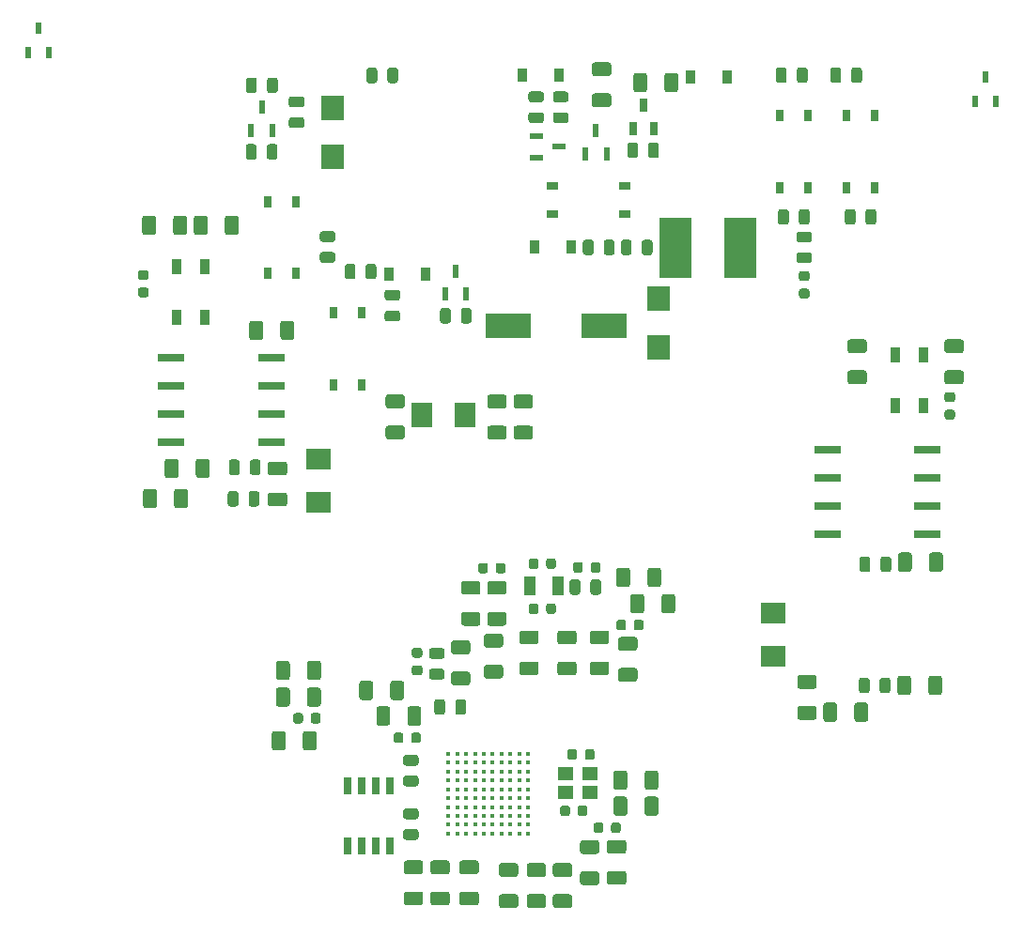
<source format=gtp>
G04 #@! TF.GenerationSoftware,KiCad,Pcbnew,(5.1.6-0-10_14)*
G04 #@! TF.CreationDate,2021-12-23T16:17:06+01:00*
G04 #@! TF.ProjectId,CHAdeMO_V2.0,43484164-654d-44f5-9f56-322e302e6b69,rev?*
G04 #@! TF.SameCoordinates,Original*
G04 #@! TF.FileFunction,Paste,Top*
G04 #@! TF.FilePolarity,Positive*
%FSLAX46Y46*%
G04 Gerber Fmt 4.6, Leading zero omitted, Abs format (unit mm)*
G04 Created by KiCad (PCBNEW (5.1.6-0-10_14)) date 2021-12-23 16:17:06*
%MOMM*%
%LPD*%
G01*
G04 APERTURE LIST*
%ADD10C,0.370000*%
%ADD11R,0.900000X1.200000*%
%ADD12R,0.600000X1.050000*%
%ADD13R,0.650000X1.200000*%
%ADD14R,0.600000X1.300000*%
%ADD15R,1.300000X0.600000*%
%ADD16R,0.900000X1.350000*%
%ADD17R,1.900000X2.200000*%
%ADD18R,2.900000X5.450000*%
%ADD19R,2.150000X2.200000*%
%ADD20R,0.800000X1.000000*%
%ADD21R,1.000000X0.800000*%
%ADD22R,4.050000X2.300000*%
%ADD23R,2.350000X0.700000*%
%ADD24R,1.000000X1.800000*%
%ADD25R,0.650000X1.525000*%
%ADD26R,2.200000X1.900000*%
%ADD27R,1.400000X1.200000*%
G04 APERTURE END LIST*
G04 #@! TO.C,R17*
G36*
G01*
X78867950Y-74516400D02*
X79780450Y-74516400D01*
G75*
G02*
X80024200Y-74760150I0J-243750D01*
G01*
X80024200Y-75247650D01*
G75*
G02*
X79780450Y-75491400I-243750J0D01*
G01*
X78867950Y-75491400D01*
G75*
G02*
X78624200Y-75247650I0J243750D01*
G01*
X78624200Y-74760150D01*
G75*
G02*
X78867950Y-74516400I243750J0D01*
G01*
G37*
G36*
G01*
X78867950Y-72641400D02*
X79780450Y-72641400D01*
G75*
G02*
X80024200Y-72885150I0J-243750D01*
G01*
X80024200Y-73372650D01*
G75*
G02*
X79780450Y-73616400I-243750J0D01*
G01*
X78867950Y-73616400D01*
G75*
G02*
X78624200Y-73372650I0J243750D01*
G01*
X78624200Y-72885150D01*
G75*
G02*
X78867950Y-72641400I243750J0D01*
G01*
G37*
G04 #@! TD*
G04 #@! TO.C,L4*
G36*
G01*
X104871000Y-126697450D02*
X104871000Y-126184950D01*
G75*
G02*
X105089750Y-125966200I218750J0D01*
G01*
X105527250Y-125966200D01*
G75*
G02*
X105746000Y-126184950I0J-218750D01*
G01*
X105746000Y-126697450D01*
G75*
G02*
X105527250Y-126916200I-218750J0D01*
G01*
X105089750Y-126916200D01*
G75*
G02*
X104871000Y-126697450I0J218750D01*
G01*
G37*
G36*
G01*
X103296000Y-126697450D02*
X103296000Y-126184950D01*
G75*
G02*
X103514750Y-125966200I218750J0D01*
G01*
X103952250Y-125966200D01*
G75*
G02*
X104171000Y-126184950I0J-218750D01*
G01*
X104171000Y-126697450D01*
G75*
G02*
X103952250Y-126916200I-218750J0D01*
G01*
X103514750Y-126916200D01*
G75*
G02*
X103296000Y-126697450I0J218750D01*
G01*
G37*
G04 #@! TD*
G04 #@! TO.C,C29*
G36*
G01*
X107886800Y-125110400D02*
X107886800Y-123860400D01*
G75*
G02*
X108136800Y-123610400I250000J0D01*
G01*
X108886800Y-123610400D01*
G75*
G02*
X109136800Y-123860400I0J-250000D01*
G01*
X109136800Y-125110400D01*
G75*
G02*
X108886800Y-125360400I-250000J0D01*
G01*
X108136800Y-125360400D01*
G75*
G02*
X107886800Y-125110400I0J250000D01*
G01*
G37*
G36*
G01*
X105086800Y-125110400D02*
X105086800Y-123860400D01*
G75*
G02*
X105336800Y-123610400I250000J0D01*
G01*
X106086800Y-123610400D01*
G75*
G02*
X106336800Y-123860400I0J-250000D01*
G01*
X106336800Y-125110400D01*
G75*
G02*
X106086800Y-125360400I-250000J0D01*
G01*
X105336800Y-125360400D01*
G75*
G02*
X105086800Y-125110400I0J250000D01*
G01*
G37*
G04 #@! TD*
G04 #@! TO.C,C28*
G36*
G01*
X107886800Y-122773600D02*
X107886800Y-121523600D01*
G75*
G02*
X108136800Y-121273600I250000J0D01*
G01*
X108886800Y-121273600D01*
G75*
G02*
X109136800Y-121523600I0J-250000D01*
G01*
X109136800Y-122773600D01*
G75*
G02*
X108886800Y-123023600I-250000J0D01*
G01*
X108136800Y-123023600D01*
G75*
G02*
X107886800Y-122773600I0J250000D01*
G01*
G37*
G36*
G01*
X105086800Y-122773600D02*
X105086800Y-121523600D01*
G75*
G02*
X105336800Y-121273600I250000J0D01*
G01*
X106086800Y-121273600D01*
G75*
G02*
X106336800Y-121523600I0J-250000D01*
G01*
X106336800Y-122773600D01*
G75*
G02*
X106086800Y-123023600I-250000J0D01*
G01*
X105336800Y-123023600D01*
G75*
G02*
X105086800Y-122773600I0J250000D01*
G01*
G37*
G04 #@! TD*
D10*
G04 #@! TO.C,IC3*
X90202200Y-119767800D03*
X91002200Y-119767800D03*
X91802200Y-119767800D03*
X92602200Y-119767800D03*
X93402200Y-119767800D03*
X94202200Y-119767800D03*
X95002200Y-119767800D03*
X95802200Y-119767800D03*
X96602200Y-119767800D03*
X97402200Y-119767800D03*
X90202200Y-120567800D03*
X91002200Y-120567800D03*
X91802200Y-120567800D03*
X92602200Y-120567800D03*
X93402200Y-120567800D03*
X94202200Y-120567800D03*
X95002200Y-120567800D03*
X95802200Y-120567800D03*
X96602200Y-120567800D03*
X97402200Y-120567800D03*
X90202200Y-121367800D03*
X91002200Y-121367800D03*
X91802200Y-121367800D03*
X92602200Y-121367800D03*
X93402200Y-121367800D03*
X94202200Y-121367800D03*
X95002200Y-121367800D03*
X95802200Y-121367800D03*
X96602200Y-121367800D03*
X97402200Y-121367800D03*
X90202200Y-122167800D03*
X91002200Y-122167800D03*
X91802200Y-122167800D03*
X92602200Y-122167800D03*
X93402200Y-122167800D03*
X94202200Y-122167800D03*
X95002200Y-122167800D03*
X95802200Y-122167800D03*
X96602200Y-122167800D03*
X97402200Y-122167800D03*
X90202200Y-122967800D03*
X91002200Y-122967800D03*
X91802200Y-122967800D03*
X92602200Y-122967800D03*
X93402200Y-122967800D03*
X94202200Y-122967800D03*
X95002200Y-122967800D03*
X95802200Y-122967800D03*
X96602200Y-122967800D03*
X97402200Y-122967800D03*
X90202200Y-123767800D03*
X91002200Y-123767800D03*
X91802200Y-123767800D03*
X92602200Y-123767800D03*
X93402200Y-123767800D03*
X94202200Y-123767800D03*
X95002200Y-123767800D03*
X95802200Y-123767800D03*
X96602200Y-123767800D03*
X97402200Y-123767800D03*
X90202200Y-124567800D03*
X91002200Y-124567800D03*
X91802200Y-124567800D03*
X92602200Y-124567800D03*
X93402200Y-124567800D03*
X94202200Y-124567800D03*
X95002200Y-124567800D03*
X95802200Y-124567800D03*
X96602200Y-124567800D03*
X97402200Y-124567800D03*
X90202200Y-125367800D03*
X91002200Y-125367800D03*
X91802200Y-125367800D03*
X92602200Y-125367800D03*
X93402200Y-125367800D03*
X94202200Y-125367800D03*
X95002200Y-125367800D03*
X95802200Y-125367800D03*
X96602200Y-125367800D03*
X97402200Y-125367800D03*
X90202200Y-126167800D03*
X91002200Y-126167800D03*
X91802200Y-126167800D03*
X92602200Y-126167800D03*
X93402200Y-126167800D03*
X94202200Y-126167800D03*
X95002200Y-126167800D03*
X95802200Y-126167800D03*
X96602200Y-126167800D03*
X97402200Y-126167800D03*
X90202200Y-126967800D03*
X91002200Y-126967800D03*
X91802200Y-126967800D03*
X92602200Y-126967800D03*
X93402200Y-126967800D03*
X94202200Y-126967800D03*
X95002200Y-126967800D03*
X95802200Y-126967800D03*
X96602200Y-126967800D03*
X97402200Y-126967800D03*
G04 #@! TD*
G04 #@! TO.C,LED2*
G36*
G01*
X122531850Y-77120000D02*
X122019350Y-77120000D01*
G75*
G02*
X121800600Y-76901250I0J218750D01*
G01*
X121800600Y-76463750D01*
G75*
G02*
X122019350Y-76245000I218750J0D01*
G01*
X122531850Y-76245000D01*
G75*
G02*
X122750600Y-76463750I0J-218750D01*
G01*
X122750600Y-76901250D01*
G75*
G02*
X122531850Y-77120000I-218750J0D01*
G01*
G37*
G36*
G01*
X122531850Y-78695000D02*
X122019350Y-78695000D01*
G75*
G02*
X121800600Y-78476250I0J218750D01*
G01*
X121800600Y-78038750D01*
G75*
G02*
X122019350Y-77820000I218750J0D01*
G01*
X122531850Y-77820000D01*
G75*
G02*
X122750600Y-78038750I0J-218750D01*
G01*
X122750600Y-78476250D01*
G75*
G02*
X122531850Y-78695000I-218750J0D01*
G01*
G37*
G04 #@! TD*
G04 #@! TO.C,LED1*
G36*
G01*
X87644950Y-111102700D02*
X87132450Y-111102700D01*
G75*
G02*
X86913700Y-110883950I0J218750D01*
G01*
X86913700Y-110446450D01*
G75*
G02*
X87132450Y-110227700I218750J0D01*
G01*
X87644950Y-110227700D01*
G75*
G02*
X87863700Y-110446450I0J-218750D01*
G01*
X87863700Y-110883950D01*
G75*
G02*
X87644950Y-111102700I-218750J0D01*
G01*
G37*
G36*
G01*
X87644950Y-112677700D02*
X87132450Y-112677700D01*
G75*
G02*
X86913700Y-112458950I0J218750D01*
G01*
X86913700Y-112021450D01*
G75*
G02*
X87132450Y-111802700I218750J0D01*
G01*
X87644950Y-111802700D01*
G75*
G02*
X87863700Y-112021450I0J-218750D01*
G01*
X87863700Y-112458950D01*
G75*
G02*
X87644950Y-112677700I-218750J0D01*
G01*
G37*
G04 #@! TD*
D11*
G04 #@! TO.C,D1*
X88187800Y-76476200D03*
X84887800Y-76476200D03*
G04 #@! TD*
G04 #@! TO.C,D2*
X115315000Y-58699400D03*
X112015000Y-58699400D03*
G04 #@! TD*
G04 #@! TO.C,D8*
X100202000Y-58547000D03*
X96902000Y-58547000D03*
G04 #@! TD*
G04 #@! TO.C,D7*
X101268800Y-74079100D03*
X97968800Y-74079100D03*
G04 #@! TD*
G04 #@! TO.C,R30*
G36*
G01*
X121819350Y-74541800D02*
X122731850Y-74541800D01*
G75*
G02*
X122975600Y-74785550I0J-243750D01*
G01*
X122975600Y-75273050D01*
G75*
G02*
X122731850Y-75516800I-243750J0D01*
G01*
X121819350Y-75516800D01*
G75*
G02*
X121575600Y-75273050I0J243750D01*
G01*
X121575600Y-74785550D01*
G75*
G02*
X121819350Y-74541800I243750J0D01*
G01*
G37*
G36*
G01*
X121819350Y-72666800D02*
X122731850Y-72666800D01*
G75*
G02*
X122975600Y-72910550I0J-243750D01*
G01*
X122975600Y-73398050D01*
G75*
G02*
X122731850Y-73641800I-243750J0D01*
G01*
X121819350Y-73641800D01*
G75*
G02*
X121575600Y-73398050I0J243750D01*
G01*
X121575600Y-72910550D01*
G75*
G02*
X121819350Y-72666800I243750J0D01*
G01*
G37*
G04 #@! TD*
G04 #@! TO.C,R23*
G36*
G01*
X106738000Y-73648250D02*
X106738000Y-74560750D01*
G75*
G02*
X106494250Y-74804500I-243750J0D01*
G01*
X106006750Y-74804500D01*
G75*
G02*
X105763000Y-74560750I0J243750D01*
G01*
X105763000Y-73648250D01*
G75*
G02*
X106006750Y-73404500I243750J0D01*
G01*
X106494250Y-73404500D01*
G75*
G02*
X106738000Y-73648250I0J-243750D01*
G01*
G37*
G36*
G01*
X108613000Y-73648250D02*
X108613000Y-74560750D01*
G75*
G02*
X108369250Y-74804500I-243750J0D01*
G01*
X107881750Y-74804500D01*
G75*
G02*
X107638000Y-74560750I0J243750D01*
G01*
X107638000Y-73648250D01*
G75*
G02*
X107881750Y-73404500I243750J0D01*
G01*
X108369250Y-73404500D01*
G75*
G02*
X108613000Y-73648250I0J-243750D01*
G01*
G37*
G04 #@! TD*
G04 #@! TO.C,R24*
G36*
G01*
X107309500Y-64885250D02*
X107309500Y-65797750D01*
G75*
G02*
X107065750Y-66041500I-243750J0D01*
G01*
X106578250Y-66041500D01*
G75*
G02*
X106334500Y-65797750I0J243750D01*
G01*
X106334500Y-64885250D01*
G75*
G02*
X106578250Y-64641500I243750J0D01*
G01*
X107065750Y-64641500D01*
G75*
G02*
X107309500Y-64885250I0J-243750D01*
G01*
G37*
G36*
G01*
X109184500Y-64885250D02*
X109184500Y-65797750D01*
G75*
G02*
X108940750Y-66041500I-243750J0D01*
G01*
X108453250Y-66041500D01*
G75*
G02*
X108209500Y-65797750I0J243750D01*
G01*
X108209500Y-64885250D01*
G75*
G02*
X108453250Y-64641500I243750J0D01*
G01*
X108940750Y-64641500D01*
G75*
G02*
X109184500Y-64885250I0J-243750D01*
G01*
G37*
G04 #@! TD*
G04 #@! TO.C,R29*
G36*
G01*
X103309000Y-73648250D02*
X103309000Y-74560750D01*
G75*
G02*
X103065250Y-74804500I-243750J0D01*
G01*
X102577750Y-74804500D01*
G75*
G02*
X102334000Y-74560750I0J243750D01*
G01*
X102334000Y-73648250D01*
G75*
G02*
X102577750Y-73404500I243750J0D01*
G01*
X103065250Y-73404500D01*
G75*
G02*
X103309000Y-73648250I0J-243750D01*
G01*
G37*
G36*
G01*
X105184000Y-73648250D02*
X105184000Y-74560750D01*
G75*
G02*
X104940250Y-74804500I-243750J0D01*
G01*
X104452750Y-74804500D01*
G75*
G02*
X104209000Y-74560750I0J243750D01*
G01*
X104209000Y-73648250D01*
G75*
G02*
X104452750Y-73404500I243750J0D01*
G01*
X104940250Y-73404500D01*
G75*
G02*
X105184000Y-73648250I0J-243750D01*
G01*
G37*
G04 #@! TD*
G04 #@! TO.C,R21*
G36*
G01*
X100786250Y-61018000D02*
X99873750Y-61018000D01*
G75*
G02*
X99630000Y-60774250I0J243750D01*
G01*
X99630000Y-60286750D01*
G75*
G02*
X99873750Y-60043000I243750J0D01*
G01*
X100786250Y-60043000D01*
G75*
G02*
X101030000Y-60286750I0J-243750D01*
G01*
X101030000Y-60774250D01*
G75*
G02*
X100786250Y-61018000I-243750J0D01*
G01*
G37*
G36*
G01*
X100786250Y-62893000D02*
X99873750Y-62893000D01*
G75*
G02*
X99630000Y-62649250I0J243750D01*
G01*
X99630000Y-62161750D01*
G75*
G02*
X99873750Y-61918000I243750J0D01*
G01*
X100786250Y-61918000D01*
G75*
G02*
X101030000Y-62161750I0J-243750D01*
G01*
X101030000Y-62649250D01*
G75*
G02*
X100786250Y-62893000I-243750J0D01*
G01*
G37*
G04 #@! TD*
G04 #@! TO.C,R28*
G36*
G01*
X120883100Y-70892350D02*
X120883100Y-71804850D01*
G75*
G02*
X120639350Y-72048600I-243750J0D01*
G01*
X120151850Y-72048600D01*
G75*
G02*
X119908100Y-71804850I0J243750D01*
G01*
X119908100Y-70892350D01*
G75*
G02*
X120151850Y-70648600I243750J0D01*
G01*
X120639350Y-70648600D01*
G75*
G02*
X120883100Y-70892350I0J-243750D01*
G01*
G37*
G36*
G01*
X122758100Y-70892350D02*
X122758100Y-71804850D01*
G75*
G02*
X122514350Y-72048600I-243750J0D01*
G01*
X122026850Y-72048600D01*
G75*
G02*
X121783100Y-71804850I0J243750D01*
G01*
X121783100Y-70892350D01*
G75*
G02*
X122026850Y-70648600I243750J0D01*
G01*
X122514350Y-70648600D01*
G75*
G02*
X122758100Y-70892350I0J-243750D01*
G01*
G37*
G04 #@! TD*
G04 #@! TO.C,R27*
G36*
G01*
X127805600Y-71804850D02*
X127805600Y-70892350D01*
G75*
G02*
X128049350Y-70648600I243750J0D01*
G01*
X128536850Y-70648600D01*
G75*
G02*
X128780600Y-70892350I0J-243750D01*
G01*
X128780600Y-71804850D01*
G75*
G02*
X128536850Y-72048600I-243750J0D01*
G01*
X128049350Y-72048600D01*
G75*
G02*
X127805600Y-71804850I0J243750D01*
G01*
G37*
G36*
G01*
X125930600Y-71804850D02*
X125930600Y-70892350D01*
G75*
G02*
X126174350Y-70648600I243750J0D01*
G01*
X126661850Y-70648600D01*
G75*
G02*
X126905600Y-70892350I0J-243750D01*
G01*
X126905600Y-71804850D01*
G75*
G02*
X126661850Y-72048600I-243750J0D01*
G01*
X126174350Y-72048600D01*
G75*
G02*
X125930600Y-71804850I0J243750D01*
G01*
G37*
G04 #@! TD*
G04 #@! TO.C,R19*
G36*
G01*
X91331200Y-80720250D02*
X91331200Y-79807750D01*
G75*
G02*
X91574950Y-79564000I243750J0D01*
G01*
X92062450Y-79564000D01*
G75*
G02*
X92306200Y-79807750I0J-243750D01*
G01*
X92306200Y-80720250D01*
G75*
G02*
X92062450Y-80964000I-243750J0D01*
G01*
X91574950Y-80964000D01*
G75*
G02*
X91331200Y-80720250I0J243750D01*
G01*
G37*
G36*
G01*
X89456200Y-80720250D02*
X89456200Y-79807750D01*
G75*
G02*
X89699950Y-79564000I243750J0D01*
G01*
X90187450Y-79564000D01*
G75*
G02*
X90431200Y-79807750I0J-243750D01*
G01*
X90431200Y-80720250D01*
G75*
G02*
X90187450Y-80964000I-243750J0D01*
G01*
X89699950Y-80964000D01*
G75*
G02*
X89456200Y-80720250I0J243750D01*
G01*
G37*
G04 #@! TD*
G04 #@! TO.C,R9*
G36*
G01*
X73830600Y-65937450D02*
X73830600Y-65024950D01*
G75*
G02*
X74074350Y-64781200I243750J0D01*
G01*
X74561850Y-64781200D01*
G75*
G02*
X74805600Y-65024950I0J-243750D01*
G01*
X74805600Y-65937450D01*
G75*
G02*
X74561850Y-66181200I-243750J0D01*
G01*
X74074350Y-66181200D01*
G75*
G02*
X73830600Y-65937450I0J243750D01*
G01*
G37*
G36*
G01*
X71955600Y-65937450D02*
X71955600Y-65024950D01*
G75*
G02*
X72199350Y-64781200I243750J0D01*
G01*
X72686850Y-64781200D01*
G75*
G02*
X72930600Y-65024950I0J-243750D01*
G01*
X72930600Y-65937450D01*
G75*
G02*
X72686850Y-66181200I-243750J0D01*
G01*
X72199350Y-66181200D01*
G75*
G02*
X71955600Y-65937450I0J243750D01*
G01*
G37*
G04 #@! TD*
G04 #@! TO.C,R22*
G36*
G01*
X97663950Y-61918000D02*
X98576450Y-61918000D01*
G75*
G02*
X98820200Y-62161750I0J-243750D01*
G01*
X98820200Y-62649250D01*
G75*
G02*
X98576450Y-62893000I-243750J0D01*
G01*
X97663950Y-62893000D01*
G75*
G02*
X97420200Y-62649250I0J243750D01*
G01*
X97420200Y-62161750D01*
G75*
G02*
X97663950Y-61918000I243750J0D01*
G01*
G37*
G36*
G01*
X97663950Y-60043000D02*
X98576450Y-60043000D01*
G75*
G02*
X98820200Y-60286750I0J-243750D01*
G01*
X98820200Y-60774250D01*
G75*
G02*
X98576450Y-61018000I-243750J0D01*
G01*
X97663950Y-61018000D01*
G75*
G02*
X97420200Y-60774250I0J243750D01*
G01*
X97420200Y-60286750D01*
G75*
G02*
X97663950Y-60043000I243750J0D01*
G01*
G37*
G04 #@! TD*
G04 #@! TO.C,R18*
G36*
G01*
X90823200Y-116000850D02*
X90823200Y-115088350D01*
G75*
G02*
X91066950Y-114844600I243750J0D01*
G01*
X91554450Y-114844600D01*
G75*
G02*
X91798200Y-115088350I0J-243750D01*
G01*
X91798200Y-116000850D01*
G75*
G02*
X91554450Y-116244600I-243750J0D01*
G01*
X91066950Y-116244600D01*
G75*
G02*
X90823200Y-116000850I0J243750D01*
G01*
G37*
G36*
G01*
X88948200Y-116000850D02*
X88948200Y-115088350D01*
G75*
G02*
X89191950Y-114844600I243750J0D01*
G01*
X89679450Y-114844600D01*
G75*
G02*
X89923200Y-115088350I0J-243750D01*
G01*
X89923200Y-116000850D01*
G75*
G02*
X89679450Y-116244600I-243750J0D01*
G01*
X89191950Y-116244600D01*
G75*
G02*
X88948200Y-116000850I0J243750D01*
G01*
G37*
G04 #@! TD*
D12*
G04 #@! TO.C,D5*
X53247600Y-54322800D03*
X54197600Y-56522800D03*
X52297600Y-56522800D03*
G04 #@! TD*
G04 #@! TO.C,D4*
X138633200Y-58767800D03*
X139583200Y-60967800D03*
X137683200Y-60967800D03*
G04 #@! TD*
D13*
G04 #@! TO.C,Q5*
X107797600Y-61307000D03*
X108757600Y-63407000D03*
X106837600Y-63407000D03*
G04 #@! TD*
D14*
G04 #@! TO.C,Q3*
X103505000Y-63567600D03*
X104455000Y-65667600D03*
X102555000Y-65667600D03*
G04 #@! TD*
D15*
G04 #@! TO.C,Q4*
X100211600Y-65024000D03*
X98111600Y-65974000D03*
X98111600Y-64074000D03*
G04 #@! TD*
D14*
G04 #@! TO.C,Q2*
X90881200Y-76226200D03*
X91831200Y-78326200D03*
X89931200Y-78326200D03*
G04 #@! TD*
G04 #@! TO.C,Q1*
X73380600Y-61434000D03*
X74330600Y-63534000D03*
X72430600Y-63534000D03*
G04 #@! TD*
D16*
G04 #@! TO.C,L6*
X130499800Y-83831000D03*
X132999800Y-83831000D03*
X132999800Y-88381000D03*
X130499800Y-88381000D03*
G04 #@! TD*
G04 #@! TO.C,L5*
X65724600Y-75847000D03*
X68224600Y-75847000D03*
X68224600Y-80397000D03*
X65724600Y-80397000D03*
G04 #@! TD*
D17*
G04 #@! TO.C,L9*
X87839000Y-89179400D03*
X91739000Y-89179400D03*
G04 #@! TD*
G04 #@! TO.C,F2*
G36*
G01*
X108127500Y-58607800D02*
X108127500Y-59857800D01*
G75*
G02*
X107877500Y-60107800I-250000J0D01*
G01*
X107127500Y-60107800D01*
G75*
G02*
X106877500Y-59857800I0J250000D01*
G01*
X106877500Y-58607800D01*
G75*
G02*
X107127500Y-58357800I250000J0D01*
G01*
X107877500Y-58357800D01*
G75*
G02*
X108127500Y-58607800I0J-250000D01*
G01*
G37*
G36*
G01*
X110927500Y-58607800D02*
X110927500Y-59857800D01*
G75*
G02*
X110677500Y-60107800I-250000J0D01*
G01*
X109927500Y-60107800D01*
G75*
G02*
X109677500Y-59857800I0J250000D01*
G01*
X109677500Y-58607800D01*
G75*
G02*
X109927500Y-58357800I250000J0D01*
G01*
X110677500Y-58357800D01*
G75*
G02*
X110927500Y-58607800I0J-250000D01*
G01*
G37*
G04 #@! TD*
G04 #@! TO.C,F3*
G36*
G01*
X104638000Y-58661000D02*
X103388000Y-58661000D01*
G75*
G02*
X103138000Y-58411000I0J250000D01*
G01*
X103138000Y-57661000D01*
G75*
G02*
X103388000Y-57411000I250000J0D01*
G01*
X104638000Y-57411000D01*
G75*
G02*
X104888000Y-57661000I0J-250000D01*
G01*
X104888000Y-58411000D01*
G75*
G02*
X104638000Y-58661000I-250000J0D01*
G01*
G37*
G36*
G01*
X104638000Y-61461000D02*
X103388000Y-61461000D01*
G75*
G02*
X103138000Y-61211000I0J250000D01*
G01*
X103138000Y-60461000D01*
G75*
G02*
X103388000Y-60211000I250000J0D01*
G01*
X104638000Y-60211000D01*
G75*
G02*
X104888000Y-60461000I0J-250000D01*
G01*
X104888000Y-61211000D01*
G75*
G02*
X104638000Y-61461000I-250000J0D01*
G01*
G37*
G04 #@! TD*
D18*
G04 #@! TO.C,F1*
X110711500Y-74168000D03*
X116491500Y-74168000D03*
G04 #@! TD*
D19*
G04 #@! TO.C,D6*
X109169200Y-83073600D03*
X109169200Y-78673600D03*
G04 #@! TD*
G04 #@! TO.C,D3*
X79781400Y-65896600D03*
X79781400Y-61496600D03*
G04 #@! TD*
D20*
G04 #@! TO.C,U7*
X122603100Y-68744200D03*
X120063100Y-68744200D03*
X120063100Y-62244200D03*
X122603100Y-62244200D03*
G04 #@! TD*
G04 #@! TO.C,U6*
X128625600Y-68744200D03*
X126085600Y-68744200D03*
X126085600Y-62244200D03*
X128625600Y-62244200D03*
G04 #@! TD*
D21*
G04 #@! TO.C,U5*
X99594300Y-71120000D03*
X99594300Y-68580000D03*
X106094300Y-68580000D03*
X106094300Y-71120000D03*
G04 #@! TD*
D20*
G04 #@! TO.C,U4*
X82423000Y-86473400D03*
X79883000Y-86473400D03*
X79883000Y-79973400D03*
X82423000Y-79973400D03*
G04 #@! TD*
G04 #@! TO.C,U3*
X76479400Y-76465800D03*
X73939400Y-76465800D03*
X73939400Y-69965800D03*
X76479400Y-69965800D03*
G04 #@! TD*
D22*
G04 #@! TO.C,C44*
X104198200Y-81203800D03*
X95598200Y-81203800D03*
G04 #@! TD*
G04 #@! TO.C,R13*
G36*
G01*
X136413400Y-83636000D02*
X135163400Y-83636000D01*
G75*
G02*
X134913400Y-83386000I0J250000D01*
G01*
X134913400Y-82636000D01*
G75*
G02*
X135163400Y-82386000I250000J0D01*
G01*
X136413400Y-82386000D01*
G75*
G02*
X136663400Y-82636000I0J-250000D01*
G01*
X136663400Y-83386000D01*
G75*
G02*
X136413400Y-83636000I-250000J0D01*
G01*
G37*
G36*
G01*
X136413400Y-86436000D02*
X135163400Y-86436000D01*
G75*
G02*
X134913400Y-86186000I0J250000D01*
G01*
X134913400Y-85436000D01*
G75*
G02*
X135163400Y-85186000I250000J0D01*
G01*
X136413400Y-85186000D01*
G75*
G02*
X136663400Y-85436000I0J-250000D01*
G01*
X136663400Y-86186000D01*
G75*
G02*
X136413400Y-86436000I-250000J0D01*
G01*
G37*
G04 #@! TD*
G04 #@! TO.C,R12*
G36*
G01*
X126425800Y-85186000D02*
X127675800Y-85186000D01*
G75*
G02*
X127925800Y-85436000I0J-250000D01*
G01*
X127925800Y-86186000D01*
G75*
G02*
X127675800Y-86436000I-250000J0D01*
G01*
X126425800Y-86436000D01*
G75*
G02*
X126175800Y-86186000I0J250000D01*
G01*
X126175800Y-85436000D01*
G75*
G02*
X126425800Y-85186000I250000J0D01*
G01*
G37*
G36*
G01*
X126425800Y-82386000D02*
X127675800Y-82386000D01*
G75*
G02*
X127925800Y-82636000I0J-250000D01*
G01*
X127925800Y-83386000D01*
G75*
G02*
X127675800Y-83636000I-250000J0D01*
G01*
X126425800Y-83636000D01*
G75*
G02*
X126175800Y-83386000I0J250000D01*
G01*
X126175800Y-82636000D01*
G75*
G02*
X126425800Y-82386000I250000J0D01*
G01*
G37*
G04 #@! TD*
G04 #@! TO.C,C35*
G36*
G01*
X135142150Y-88742000D02*
X135654650Y-88742000D01*
G75*
G02*
X135873400Y-88960750I0J-218750D01*
G01*
X135873400Y-89398250D01*
G75*
G02*
X135654650Y-89617000I-218750J0D01*
G01*
X135142150Y-89617000D01*
G75*
G02*
X134923400Y-89398250I0J218750D01*
G01*
X134923400Y-88960750D01*
G75*
G02*
X135142150Y-88742000I218750J0D01*
G01*
G37*
G36*
G01*
X135142150Y-87167000D02*
X135654650Y-87167000D01*
G75*
G02*
X135873400Y-87385750I0J-218750D01*
G01*
X135873400Y-87823250D01*
G75*
G02*
X135654650Y-88042000I-218750J0D01*
G01*
X135142150Y-88042000D01*
G75*
G02*
X134923400Y-87823250I0J218750D01*
G01*
X134923400Y-87385750D01*
G75*
G02*
X135142150Y-87167000I218750J0D01*
G01*
G37*
G04 #@! TD*
G04 #@! TO.C,R26*
G36*
G01*
X120708000Y-58116150D02*
X120708000Y-59028650D01*
G75*
G02*
X120464250Y-59272400I-243750J0D01*
G01*
X119976750Y-59272400D01*
G75*
G02*
X119733000Y-59028650I0J243750D01*
G01*
X119733000Y-58116150D01*
G75*
G02*
X119976750Y-57872400I243750J0D01*
G01*
X120464250Y-57872400D01*
G75*
G02*
X120708000Y-58116150I0J-243750D01*
G01*
G37*
G36*
G01*
X122583000Y-58116150D02*
X122583000Y-59028650D01*
G75*
G02*
X122339250Y-59272400I-243750J0D01*
G01*
X121851750Y-59272400D01*
G75*
G02*
X121608000Y-59028650I0J243750D01*
G01*
X121608000Y-58116150D01*
G75*
G02*
X121851750Y-57872400I243750J0D01*
G01*
X122339250Y-57872400D01*
G75*
G02*
X122583000Y-58116150I0J-243750D01*
G01*
G37*
G04 #@! TD*
G04 #@! TO.C,R25*
G36*
G01*
X125610200Y-58116150D02*
X125610200Y-59028650D01*
G75*
G02*
X125366450Y-59272400I-243750J0D01*
G01*
X124878950Y-59272400D01*
G75*
G02*
X124635200Y-59028650I0J243750D01*
G01*
X124635200Y-58116150D01*
G75*
G02*
X124878950Y-57872400I243750J0D01*
G01*
X125366450Y-57872400D01*
G75*
G02*
X125610200Y-58116150I0J-243750D01*
G01*
G37*
G36*
G01*
X127485200Y-58116150D02*
X127485200Y-59028650D01*
G75*
G02*
X127241450Y-59272400I-243750J0D01*
G01*
X126753950Y-59272400D01*
G75*
G02*
X126510200Y-59028650I0J243750D01*
G01*
X126510200Y-58116150D01*
G75*
G02*
X126753950Y-57872400I243750J0D01*
G01*
X127241450Y-57872400D01*
G75*
G02*
X127485200Y-58116150I0J-243750D01*
G01*
G37*
G04 #@! TD*
D23*
G04 #@! TO.C,IC2*
X65223400Y-91643200D03*
X65223400Y-89103200D03*
X65223400Y-86563200D03*
X65223400Y-84023200D03*
X74273400Y-84023200D03*
X74273400Y-86563200D03*
X74273400Y-89103200D03*
X74273400Y-91643200D03*
G04 #@! TD*
G04 #@! TO.C,R14*
G36*
G01*
X84709950Y-79799600D02*
X85622450Y-79799600D01*
G75*
G02*
X85866200Y-80043350I0J-243750D01*
G01*
X85866200Y-80530850D01*
G75*
G02*
X85622450Y-80774600I-243750J0D01*
G01*
X84709950Y-80774600D01*
G75*
G02*
X84466200Y-80530850I0J243750D01*
G01*
X84466200Y-80043350D01*
G75*
G02*
X84709950Y-79799600I243750J0D01*
G01*
G37*
G36*
G01*
X84709950Y-77924600D02*
X85622450Y-77924600D01*
G75*
G02*
X85866200Y-78168350I0J-243750D01*
G01*
X85866200Y-78655850D01*
G75*
G02*
X85622450Y-78899600I-243750J0D01*
G01*
X84709950Y-78899600D01*
G75*
G02*
X84466200Y-78655850I0J243750D01*
G01*
X84466200Y-78168350D01*
G75*
G02*
X84709950Y-77924600I243750J0D01*
G01*
G37*
G04 #@! TD*
G04 #@! TO.C,R2*
G36*
G01*
X89622950Y-111202700D02*
X88710450Y-111202700D01*
G75*
G02*
X88466700Y-110958950I0J243750D01*
G01*
X88466700Y-110471450D01*
G75*
G02*
X88710450Y-110227700I243750J0D01*
G01*
X89622950Y-110227700D01*
G75*
G02*
X89866700Y-110471450I0J-243750D01*
G01*
X89866700Y-110958950D01*
G75*
G02*
X89622950Y-111202700I-243750J0D01*
G01*
G37*
G36*
G01*
X89622950Y-113077700D02*
X88710450Y-113077700D01*
G75*
G02*
X88466700Y-112833950I0J243750D01*
G01*
X88466700Y-112346450D01*
G75*
G02*
X88710450Y-112102700I243750J0D01*
G01*
X89622950Y-112102700D01*
G75*
G02*
X89866700Y-112346450I0J-243750D01*
G01*
X89866700Y-112833950D01*
G75*
G02*
X89622950Y-113077700I-243750J0D01*
G01*
G37*
G04 #@! TD*
G04 #@! TO.C,C37*
G36*
G01*
X73520000Y-80959800D02*
X73520000Y-82209800D01*
G75*
G02*
X73270000Y-82459800I-250000J0D01*
G01*
X72520000Y-82459800D01*
G75*
G02*
X72270000Y-82209800I0J250000D01*
G01*
X72270000Y-80959800D01*
G75*
G02*
X72520000Y-80709800I250000J0D01*
G01*
X73270000Y-80709800D01*
G75*
G02*
X73520000Y-80959800I0J-250000D01*
G01*
G37*
G36*
G01*
X76320000Y-80959800D02*
X76320000Y-82209800D01*
G75*
G02*
X76070000Y-82459800I-250000J0D01*
G01*
X75320000Y-82459800D01*
G75*
G02*
X75070000Y-82209800I0J250000D01*
G01*
X75070000Y-80959800D01*
G75*
G02*
X75320000Y-80709800I250000J0D01*
G01*
X76070000Y-80709800D01*
G75*
G02*
X76320000Y-80959800I0J-250000D01*
G01*
G37*
G04 #@! TD*
G04 #@! TO.C,C36*
G36*
G01*
X123154600Y-113906000D02*
X121904600Y-113906000D01*
G75*
G02*
X121654600Y-113656000I0J250000D01*
G01*
X121654600Y-112906000D01*
G75*
G02*
X121904600Y-112656000I250000J0D01*
G01*
X123154600Y-112656000D01*
G75*
G02*
X123404600Y-112906000I0J-250000D01*
G01*
X123404600Y-113656000D01*
G75*
G02*
X123154600Y-113906000I-250000J0D01*
G01*
G37*
G36*
G01*
X123154600Y-116706000D02*
X121904600Y-116706000D01*
G75*
G02*
X121654600Y-116456000I0J250000D01*
G01*
X121654600Y-115706000D01*
G75*
G02*
X121904600Y-115456000I250000J0D01*
G01*
X123154600Y-115456000D01*
G75*
G02*
X123404600Y-115706000I0J-250000D01*
G01*
X123404600Y-116456000D01*
G75*
G02*
X123154600Y-116706000I-250000J0D01*
G01*
G37*
G04 #@! TD*
G04 #@! TO.C,C33*
G36*
G01*
X65900000Y-93405800D02*
X65900000Y-94655800D01*
G75*
G02*
X65650000Y-94905800I-250000J0D01*
G01*
X64900000Y-94905800D01*
G75*
G02*
X64650000Y-94655800I0J250000D01*
G01*
X64650000Y-93405800D01*
G75*
G02*
X64900000Y-93155800I250000J0D01*
G01*
X65650000Y-93155800D01*
G75*
G02*
X65900000Y-93405800I0J-250000D01*
G01*
G37*
G36*
G01*
X68700000Y-93405800D02*
X68700000Y-94655800D01*
G75*
G02*
X68450000Y-94905800I-250000J0D01*
G01*
X67700000Y-94905800D01*
G75*
G02*
X67450000Y-94655800I0J250000D01*
G01*
X67450000Y-93405800D01*
G75*
G02*
X67700000Y-93155800I250000J0D01*
G01*
X68450000Y-93155800D01*
G75*
G02*
X68700000Y-93405800I0J-250000D01*
G01*
G37*
G04 #@! TD*
G04 #@! TO.C,C32*
G36*
G01*
X133464600Y-114226500D02*
X133464600Y-112976500D01*
G75*
G02*
X133714600Y-112726500I250000J0D01*
G01*
X134464600Y-112726500D01*
G75*
G02*
X134714600Y-112976500I0J-250000D01*
G01*
X134714600Y-114226500D01*
G75*
G02*
X134464600Y-114476500I-250000J0D01*
G01*
X133714600Y-114476500D01*
G75*
G02*
X133464600Y-114226500I0J250000D01*
G01*
G37*
G36*
G01*
X130664600Y-114226500D02*
X130664600Y-112976500D01*
G75*
G02*
X130914600Y-112726500I250000J0D01*
G01*
X131664600Y-112726500D01*
G75*
G02*
X131914600Y-112976500I0J-250000D01*
G01*
X131914600Y-114226500D01*
G75*
G02*
X131664600Y-114476500I-250000J0D01*
G01*
X130914600Y-114476500D01*
G75*
G02*
X130664600Y-114226500I0J250000D01*
G01*
G37*
G04 #@! TD*
G04 #@! TO.C,C26*
G36*
G01*
X83426000Y-113421000D02*
X83426000Y-114671000D01*
G75*
G02*
X83176000Y-114921000I-250000J0D01*
G01*
X82426000Y-114921000D01*
G75*
G02*
X82176000Y-114671000I0J250000D01*
G01*
X82176000Y-113421000D01*
G75*
G02*
X82426000Y-113171000I250000J0D01*
G01*
X83176000Y-113171000D01*
G75*
G02*
X83426000Y-113421000I0J-250000D01*
G01*
G37*
G36*
G01*
X86226000Y-113421000D02*
X86226000Y-114671000D01*
G75*
G02*
X85976000Y-114921000I-250000J0D01*
G01*
X85226000Y-114921000D01*
G75*
G02*
X84976000Y-114671000I0J250000D01*
G01*
X84976000Y-113421000D01*
G75*
G02*
X85226000Y-113171000I250000J0D01*
G01*
X85976000Y-113171000D01*
G75*
G02*
X86226000Y-113421000I0J-250000D01*
G01*
G37*
G04 #@! TD*
G04 #@! TO.C,C24*
G36*
G01*
X107000200Y-110477000D02*
X105750200Y-110477000D01*
G75*
G02*
X105500200Y-110227000I0J250000D01*
G01*
X105500200Y-109477000D01*
G75*
G02*
X105750200Y-109227000I250000J0D01*
G01*
X107000200Y-109227000D01*
G75*
G02*
X107250200Y-109477000I0J-250000D01*
G01*
X107250200Y-110227000D01*
G75*
G02*
X107000200Y-110477000I-250000J0D01*
G01*
G37*
G36*
G01*
X107000200Y-113277000D02*
X105750200Y-113277000D01*
G75*
G02*
X105500200Y-113027000I0J250000D01*
G01*
X105500200Y-112277000D01*
G75*
G02*
X105750200Y-112027000I250000J0D01*
G01*
X107000200Y-112027000D01*
G75*
G02*
X107250200Y-112277000I0J-250000D01*
G01*
X107250200Y-113027000D01*
G75*
G02*
X107000200Y-113277000I-250000J0D01*
G01*
G37*
G04 #@! TD*
G04 #@! TO.C,C6*
G36*
G01*
X95006000Y-132423200D02*
X96256000Y-132423200D01*
G75*
G02*
X96506000Y-132673200I0J-250000D01*
G01*
X96506000Y-133423200D01*
G75*
G02*
X96256000Y-133673200I-250000J0D01*
G01*
X95006000Y-133673200D01*
G75*
G02*
X94756000Y-133423200I0J250000D01*
G01*
X94756000Y-132673200D01*
G75*
G02*
X95006000Y-132423200I250000J0D01*
G01*
G37*
G36*
G01*
X95006000Y-129623200D02*
X96256000Y-129623200D01*
G75*
G02*
X96506000Y-129873200I0J-250000D01*
G01*
X96506000Y-130623200D01*
G75*
G02*
X96256000Y-130873200I-250000J0D01*
G01*
X95006000Y-130873200D01*
G75*
G02*
X94756000Y-130623200I0J250000D01*
G01*
X94756000Y-129873200D01*
G75*
G02*
X95006000Y-129623200I250000J0D01*
G01*
G37*
G04 #@! TD*
G04 #@! TO.C,C1*
G36*
G01*
X88833800Y-132181900D02*
X90083800Y-132181900D01*
G75*
G02*
X90333800Y-132431900I0J-250000D01*
G01*
X90333800Y-133181900D01*
G75*
G02*
X90083800Y-133431900I-250000J0D01*
G01*
X88833800Y-133431900D01*
G75*
G02*
X88583800Y-133181900I0J250000D01*
G01*
X88583800Y-132431900D01*
G75*
G02*
X88833800Y-132181900I250000J0D01*
G01*
G37*
G36*
G01*
X88833800Y-129381900D02*
X90083800Y-129381900D01*
G75*
G02*
X90333800Y-129631900I0J-250000D01*
G01*
X90333800Y-130381900D01*
G75*
G02*
X90083800Y-130631900I-250000J0D01*
G01*
X88833800Y-130631900D01*
G75*
G02*
X88583800Y-130381900I0J250000D01*
G01*
X88583800Y-129631900D01*
G75*
G02*
X88833800Y-129381900I250000J0D01*
G01*
G37*
G04 #@! TD*
G04 #@! TO.C,R10*
G36*
G01*
X63868000Y-71485600D02*
X63868000Y-72735600D01*
G75*
G02*
X63618000Y-72985600I-250000J0D01*
G01*
X62868000Y-72985600D01*
G75*
G02*
X62618000Y-72735600I0J250000D01*
G01*
X62618000Y-71485600D01*
G75*
G02*
X62868000Y-71235600I250000J0D01*
G01*
X63618000Y-71235600D01*
G75*
G02*
X63868000Y-71485600I0J-250000D01*
G01*
G37*
G36*
G01*
X66668000Y-71485600D02*
X66668000Y-72735600D01*
G75*
G02*
X66418000Y-72985600I-250000J0D01*
G01*
X65668000Y-72985600D01*
G75*
G02*
X65418000Y-72735600I0J250000D01*
G01*
X65418000Y-71485600D01*
G75*
G02*
X65668000Y-71235600I250000J0D01*
G01*
X66418000Y-71235600D01*
G75*
G02*
X66668000Y-71485600I0J-250000D01*
G01*
G37*
G04 #@! TD*
G04 #@! TO.C,R11*
G36*
G01*
X68516200Y-71485600D02*
X68516200Y-72735600D01*
G75*
G02*
X68266200Y-72985600I-250000J0D01*
G01*
X67516200Y-72985600D01*
G75*
G02*
X67266200Y-72735600I0J250000D01*
G01*
X67266200Y-71485600D01*
G75*
G02*
X67516200Y-71235600I250000J0D01*
G01*
X68266200Y-71235600D01*
G75*
G02*
X68516200Y-71485600I0J-250000D01*
G01*
G37*
G36*
G01*
X71316200Y-71485600D02*
X71316200Y-72735600D01*
G75*
G02*
X71066200Y-72985600I-250000J0D01*
G01*
X70316200Y-72985600D01*
G75*
G02*
X70066200Y-72735600I0J250000D01*
G01*
X70066200Y-71485600D01*
G75*
G02*
X70316200Y-71235600I250000J0D01*
G01*
X71066200Y-71235600D01*
G75*
G02*
X71316200Y-71485600I0J-250000D01*
G01*
G37*
G04 #@! TD*
G04 #@! TO.C,C34*
G36*
G01*
X62456350Y-77718400D02*
X62968850Y-77718400D01*
G75*
G02*
X63187600Y-77937150I0J-218750D01*
G01*
X63187600Y-78374650D01*
G75*
G02*
X62968850Y-78593400I-218750J0D01*
G01*
X62456350Y-78593400D01*
G75*
G02*
X62237600Y-78374650I0J218750D01*
G01*
X62237600Y-77937150D01*
G75*
G02*
X62456350Y-77718400I218750J0D01*
G01*
G37*
G36*
G01*
X62456350Y-76143400D02*
X62968850Y-76143400D01*
G75*
G02*
X63187600Y-76362150I0J-218750D01*
G01*
X63187600Y-76799650D01*
G75*
G02*
X62968850Y-77018400I-218750J0D01*
G01*
X62456350Y-77018400D01*
G75*
G02*
X62237600Y-76799650I0J218750D01*
G01*
X62237600Y-76362150D01*
G75*
G02*
X62456350Y-76143400I218750J0D01*
G01*
G37*
G04 #@! TD*
G04 #@! TO.C,R20*
G36*
G01*
X83801800Y-58141550D02*
X83801800Y-59054050D01*
G75*
G02*
X83558050Y-59297800I-243750J0D01*
G01*
X83070550Y-59297800D01*
G75*
G02*
X82826800Y-59054050I0J243750D01*
G01*
X82826800Y-58141550D01*
G75*
G02*
X83070550Y-57897800I243750J0D01*
G01*
X83558050Y-57897800D01*
G75*
G02*
X83801800Y-58141550I0J-243750D01*
G01*
G37*
G36*
G01*
X85676800Y-58141550D02*
X85676800Y-59054050D01*
G75*
G02*
X85433050Y-59297800I-243750J0D01*
G01*
X84945550Y-59297800D01*
G75*
G02*
X84701800Y-59054050I0J243750D01*
G01*
X84701800Y-58141550D01*
G75*
G02*
X84945550Y-57897800I243750J0D01*
G01*
X85433050Y-57897800D01*
G75*
G02*
X85676800Y-58141550I0J-243750D01*
G01*
G37*
G04 #@! TD*
G04 #@! TO.C,R8*
G36*
G01*
X73853700Y-59943050D02*
X73853700Y-59030550D01*
G75*
G02*
X74097450Y-58786800I243750J0D01*
G01*
X74584950Y-58786800D01*
G75*
G02*
X74828700Y-59030550I0J-243750D01*
G01*
X74828700Y-59943050D01*
G75*
G02*
X74584950Y-60186800I-243750J0D01*
G01*
X74097450Y-60186800D01*
G75*
G02*
X73853700Y-59943050I0J243750D01*
G01*
G37*
G36*
G01*
X71978700Y-59943050D02*
X71978700Y-59030550D01*
G75*
G02*
X72222450Y-58786800I243750J0D01*
G01*
X72709950Y-58786800D01*
G75*
G02*
X72953700Y-59030550I0J-243750D01*
G01*
X72953700Y-59943050D01*
G75*
G02*
X72709950Y-60186800I-243750J0D01*
G01*
X72222450Y-60186800D01*
G75*
G02*
X71978700Y-59943050I0J243750D01*
G01*
G37*
G04 #@! TD*
G04 #@! TO.C,R16*
G36*
G01*
X82746000Y-76732450D02*
X82746000Y-75819950D01*
G75*
G02*
X82989750Y-75576200I243750J0D01*
G01*
X83477250Y-75576200D01*
G75*
G02*
X83721000Y-75819950I0J-243750D01*
G01*
X83721000Y-76732450D01*
G75*
G02*
X83477250Y-76976200I-243750J0D01*
G01*
X82989750Y-76976200D01*
G75*
G02*
X82746000Y-76732450I0J243750D01*
G01*
G37*
G36*
G01*
X80871000Y-76732450D02*
X80871000Y-75819950D01*
G75*
G02*
X81114750Y-75576200I243750J0D01*
G01*
X81602250Y-75576200D01*
G75*
G02*
X81846000Y-75819950I0J-243750D01*
G01*
X81846000Y-76732450D01*
G75*
G02*
X81602250Y-76976200I-243750J0D01*
G01*
X81114750Y-76976200D01*
G75*
G02*
X80871000Y-76732450I0J243750D01*
G01*
G37*
G04 #@! TD*
G04 #@! TO.C,R15*
G36*
G01*
X76986450Y-61462500D02*
X76073950Y-61462500D01*
G75*
G02*
X75830200Y-61218750I0J243750D01*
G01*
X75830200Y-60731250D01*
G75*
G02*
X76073950Y-60487500I243750J0D01*
G01*
X76986450Y-60487500D01*
G75*
G02*
X77230200Y-60731250I0J-243750D01*
G01*
X77230200Y-61218750D01*
G75*
G02*
X76986450Y-61462500I-243750J0D01*
G01*
G37*
G36*
G01*
X76986450Y-63337500D02*
X76073950Y-63337500D01*
G75*
G02*
X75830200Y-63093750I0J243750D01*
G01*
X75830200Y-62606250D01*
G75*
G02*
X76073950Y-62362500I243750J0D01*
G01*
X76986450Y-62362500D01*
G75*
G02*
X77230200Y-62606250I0J-243750D01*
G01*
X77230200Y-63093750D01*
G75*
G02*
X76986450Y-63337500I-243750J0D01*
G01*
G37*
G04 #@! TD*
G04 #@! TO.C,C46*
G36*
G01*
X97583200Y-88631000D02*
X96333200Y-88631000D01*
G75*
G02*
X96083200Y-88381000I0J250000D01*
G01*
X96083200Y-87631000D01*
G75*
G02*
X96333200Y-87381000I250000J0D01*
G01*
X97583200Y-87381000D01*
G75*
G02*
X97833200Y-87631000I0J-250000D01*
G01*
X97833200Y-88381000D01*
G75*
G02*
X97583200Y-88631000I-250000J0D01*
G01*
G37*
G36*
G01*
X97583200Y-91431000D02*
X96333200Y-91431000D01*
G75*
G02*
X96083200Y-91181000I0J250000D01*
G01*
X96083200Y-90431000D01*
G75*
G02*
X96333200Y-90181000I250000J0D01*
G01*
X97583200Y-90181000D01*
G75*
G02*
X97833200Y-90431000I0J-250000D01*
G01*
X97833200Y-91181000D01*
G75*
G02*
X97583200Y-91431000I-250000J0D01*
G01*
G37*
G04 #@! TD*
G04 #@! TO.C,C47*
G36*
G01*
X86045200Y-88607600D02*
X84795200Y-88607600D01*
G75*
G02*
X84545200Y-88357600I0J250000D01*
G01*
X84545200Y-87607600D01*
G75*
G02*
X84795200Y-87357600I250000J0D01*
G01*
X86045200Y-87357600D01*
G75*
G02*
X86295200Y-87607600I0J-250000D01*
G01*
X86295200Y-88357600D01*
G75*
G02*
X86045200Y-88607600I-250000J0D01*
G01*
G37*
G36*
G01*
X86045200Y-91407600D02*
X84795200Y-91407600D01*
G75*
G02*
X84545200Y-91157600I0J250000D01*
G01*
X84545200Y-90407600D01*
G75*
G02*
X84795200Y-90157600I250000J0D01*
G01*
X86045200Y-90157600D01*
G75*
G02*
X86295200Y-90407600I0J-250000D01*
G01*
X86295200Y-91157600D01*
G75*
G02*
X86045200Y-91407600I-250000J0D01*
G01*
G37*
G04 #@! TD*
G04 #@! TO.C,C45*
G36*
G01*
X95214600Y-88631000D02*
X93964600Y-88631000D01*
G75*
G02*
X93714600Y-88381000I0J250000D01*
G01*
X93714600Y-87631000D01*
G75*
G02*
X93964600Y-87381000I250000J0D01*
G01*
X95214600Y-87381000D01*
G75*
G02*
X95464600Y-87631000I0J-250000D01*
G01*
X95464600Y-88381000D01*
G75*
G02*
X95214600Y-88631000I-250000J0D01*
G01*
G37*
G36*
G01*
X95214600Y-91431000D02*
X93964600Y-91431000D01*
G75*
G02*
X93714600Y-91181000I0J250000D01*
G01*
X93714600Y-90431000D01*
G75*
G02*
X93964600Y-90181000I250000J0D01*
G01*
X95214600Y-90181000D01*
G75*
G02*
X95464600Y-90431000I0J-250000D01*
G01*
X95464600Y-91181000D01*
G75*
G02*
X95214600Y-91431000I-250000J0D01*
G01*
G37*
G04 #@! TD*
G04 #@! TO.C,C40*
G36*
G01*
X129139100Y-103135750D02*
X129139100Y-102223250D01*
G75*
G02*
X129382850Y-101979500I243750J0D01*
G01*
X129870350Y-101979500D01*
G75*
G02*
X130114100Y-102223250I0J-243750D01*
G01*
X130114100Y-103135750D01*
G75*
G02*
X129870350Y-103379500I-243750J0D01*
G01*
X129382850Y-103379500D01*
G75*
G02*
X129139100Y-103135750I0J243750D01*
G01*
G37*
G36*
G01*
X127264100Y-103135750D02*
X127264100Y-102223250D01*
G75*
G02*
X127507850Y-101979500I243750J0D01*
G01*
X127995350Y-101979500D01*
G75*
G02*
X128239100Y-102223250I0J-243750D01*
G01*
X128239100Y-103135750D01*
G75*
G02*
X127995350Y-103379500I-243750J0D01*
G01*
X127507850Y-103379500D01*
G75*
G02*
X127264100Y-103135750I0J243750D01*
G01*
G37*
G04 #@! TD*
G04 #@! TO.C,C42*
G36*
G01*
X131978100Y-101864000D02*
X131978100Y-103114000D01*
G75*
G02*
X131728100Y-103364000I-250000J0D01*
G01*
X130978100Y-103364000D01*
G75*
G02*
X130728100Y-103114000I0J250000D01*
G01*
X130728100Y-101864000D01*
G75*
G02*
X130978100Y-101614000I250000J0D01*
G01*
X131728100Y-101614000D01*
G75*
G02*
X131978100Y-101864000I0J-250000D01*
G01*
G37*
G36*
G01*
X134778100Y-101864000D02*
X134778100Y-103114000D01*
G75*
G02*
X134528100Y-103364000I-250000J0D01*
G01*
X133778100Y-103364000D01*
G75*
G02*
X133528100Y-103114000I0J250000D01*
G01*
X133528100Y-101864000D01*
G75*
G02*
X133778100Y-101614000I250000J0D01*
G01*
X134528100Y-101614000D01*
G75*
G02*
X134778100Y-101864000I0J-250000D01*
G01*
G37*
G04 #@! TD*
D24*
G04 #@! TO.C,Y2*
X100056000Y-104648000D03*
X97556000Y-104648000D03*
G04 #@! TD*
D25*
G04 #@! TO.C,U1*
X81114900Y-122637000D03*
X82384900Y-122637000D03*
X83654900Y-122637000D03*
X84924900Y-122637000D03*
X84924900Y-128061000D03*
X83654900Y-128061000D03*
X82384900Y-128061000D03*
X81114900Y-128061000D03*
G04 #@! TD*
G04 #@! TO.C,C23*
G36*
G01*
X104447500Y-109892800D02*
X103197500Y-109892800D01*
G75*
G02*
X102947500Y-109642800I0J250000D01*
G01*
X102947500Y-108892800D01*
G75*
G02*
X103197500Y-108642800I250000J0D01*
G01*
X104447500Y-108642800D01*
G75*
G02*
X104697500Y-108892800I0J-250000D01*
G01*
X104697500Y-109642800D01*
G75*
G02*
X104447500Y-109892800I-250000J0D01*
G01*
G37*
G36*
G01*
X104447500Y-112692800D02*
X103197500Y-112692800D01*
G75*
G02*
X102947500Y-112442800I0J250000D01*
G01*
X102947500Y-111692800D01*
G75*
G02*
X103197500Y-111442800I250000J0D01*
G01*
X104447500Y-111442800D01*
G75*
G02*
X104697500Y-111692800I0J-250000D01*
G01*
X104697500Y-112442800D01*
G75*
G02*
X104447500Y-112692800I-250000J0D01*
G01*
G37*
G04 #@! TD*
D26*
G04 #@! TO.C,L7*
X119519700Y-107054100D03*
X119519700Y-110954100D03*
G04 #@! TD*
G04 #@! TO.C,L8*
X78511400Y-97073000D03*
X78511400Y-93173000D03*
G04 #@! TD*
G04 #@! TO.C,C43*
G36*
G01*
X65494200Y-97373600D02*
X65494200Y-96123600D01*
G75*
G02*
X65744200Y-95873600I250000J0D01*
G01*
X66494200Y-95873600D01*
G75*
G02*
X66744200Y-96123600I0J-250000D01*
G01*
X66744200Y-97373600D01*
G75*
G02*
X66494200Y-97623600I-250000J0D01*
G01*
X65744200Y-97623600D01*
G75*
G02*
X65494200Y-97373600I0J250000D01*
G01*
G37*
G36*
G01*
X62694200Y-97373600D02*
X62694200Y-96123600D01*
G75*
G02*
X62944200Y-95873600I250000J0D01*
G01*
X63694200Y-95873600D01*
G75*
G02*
X63944200Y-96123600I0J-250000D01*
G01*
X63944200Y-97373600D01*
G75*
G02*
X63694200Y-97623600I-250000J0D01*
G01*
X62944200Y-97623600D01*
G75*
G02*
X62694200Y-97373600I0J250000D01*
G01*
G37*
G04 #@! TD*
G04 #@! TO.C,C17*
G36*
G01*
X102321200Y-130353100D02*
X103571200Y-130353100D01*
G75*
G02*
X103821200Y-130603100I0J-250000D01*
G01*
X103821200Y-131353100D01*
G75*
G02*
X103571200Y-131603100I-250000J0D01*
G01*
X102321200Y-131603100D01*
G75*
G02*
X102071200Y-131353100I0J250000D01*
G01*
X102071200Y-130603100D01*
G75*
G02*
X102321200Y-130353100I250000J0D01*
G01*
G37*
G36*
G01*
X102321200Y-127553100D02*
X103571200Y-127553100D01*
G75*
G02*
X103821200Y-127803100I0J-250000D01*
G01*
X103821200Y-128553100D01*
G75*
G02*
X103571200Y-128803100I-250000J0D01*
G01*
X102321200Y-128803100D01*
G75*
G02*
X102071200Y-128553100I0J250000D01*
G01*
X102071200Y-127803100D01*
G75*
G02*
X102321200Y-127553100I250000J0D01*
G01*
G37*
G04 #@! TD*
D23*
G04 #@! TO.C,IC1*
X133404600Y-92354400D03*
X133404600Y-94894400D03*
X133404600Y-97434400D03*
X133404600Y-99974400D03*
X124354600Y-99974400D03*
X124354600Y-97434400D03*
X124354600Y-94894400D03*
X124354600Y-92354400D03*
G04 #@! TD*
G04 #@! TO.C,C18*
G36*
G01*
X75920300Y-114030600D02*
X75920300Y-115280600D01*
G75*
G02*
X75670300Y-115530600I-250000J0D01*
G01*
X74920300Y-115530600D01*
G75*
G02*
X74670300Y-115280600I0J250000D01*
G01*
X74670300Y-114030600D01*
G75*
G02*
X74920300Y-113780600I250000J0D01*
G01*
X75670300Y-113780600D01*
G75*
G02*
X75920300Y-114030600I0J-250000D01*
G01*
G37*
G36*
G01*
X78720300Y-114030600D02*
X78720300Y-115280600D01*
G75*
G02*
X78470300Y-115530600I-250000J0D01*
G01*
X77720300Y-115530600D01*
G75*
G02*
X77470300Y-115280600I0J250000D01*
G01*
X77470300Y-114030600D01*
G75*
G02*
X77720300Y-113780600I250000J0D01*
G01*
X78470300Y-113780600D01*
G75*
G02*
X78720300Y-114030600I0J-250000D01*
G01*
G37*
G04 #@! TD*
G04 #@! TO.C,C13*
G36*
G01*
X102329500Y-102702650D02*
X102329500Y-103215150D01*
G75*
G02*
X102110750Y-103433900I-218750J0D01*
G01*
X101673250Y-103433900D01*
G75*
G02*
X101454500Y-103215150I0J218750D01*
G01*
X101454500Y-102702650D01*
G75*
G02*
X101673250Y-102483900I218750J0D01*
G01*
X102110750Y-102483900D01*
G75*
G02*
X102329500Y-102702650I0J-218750D01*
G01*
G37*
G36*
G01*
X103904500Y-102702650D02*
X103904500Y-103215150D01*
G75*
G02*
X103685750Y-103433900I-218750J0D01*
G01*
X103248250Y-103433900D01*
G75*
G02*
X103029500Y-103215150I0J218750D01*
G01*
X103029500Y-102702650D01*
G75*
G02*
X103248250Y-102483900I218750J0D01*
G01*
X103685750Y-102483900D01*
G75*
G02*
X103904500Y-102702650I0J-218750D01*
G01*
G37*
G04 #@! TD*
G04 #@! TO.C,C11*
G36*
G01*
X75920300Y-111617600D02*
X75920300Y-112867600D01*
G75*
G02*
X75670300Y-113117600I-250000J0D01*
G01*
X74920300Y-113117600D01*
G75*
G02*
X74670300Y-112867600I0J250000D01*
G01*
X74670300Y-111617600D01*
G75*
G02*
X74920300Y-111367600I250000J0D01*
G01*
X75670300Y-111367600D01*
G75*
G02*
X75920300Y-111617600I0J-250000D01*
G01*
G37*
G36*
G01*
X78720300Y-111617600D02*
X78720300Y-112867600D01*
G75*
G02*
X78470300Y-113117600I-250000J0D01*
G01*
X77720300Y-113117600D01*
G75*
G02*
X77470300Y-112867600I0J250000D01*
G01*
X77470300Y-111617600D01*
G75*
G02*
X77720300Y-111367600I250000J0D01*
G01*
X78470300Y-111367600D01*
G75*
G02*
X78720300Y-111617600I0J-250000D01*
G01*
G37*
G04 #@! TD*
G04 #@! TO.C,C5*
G36*
G01*
X99029000Y-106936250D02*
X99029000Y-106423750D01*
G75*
G02*
X99247750Y-106205000I218750J0D01*
G01*
X99685250Y-106205000D01*
G75*
G02*
X99904000Y-106423750I0J-218750D01*
G01*
X99904000Y-106936250D01*
G75*
G02*
X99685250Y-107155000I-218750J0D01*
G01*
X99247750Y-107155000D01*
G75*
G02*
X99029000Y-106936250I0J218750D01*
G01*
G37*
G36*
G01*
X97454000Y-106936250D02*
X97454000Y-106423750D01*
G75*
G02*
X97672750Y-106205000I218750J0D01*
G01*
X98110250Y-106205000D01*
G75*
G02*
X98329000Y-106423750I0J-218750D01*
G01*
X98329000Y-106936250D01*
G75*
G02*
X98110250Y-107155000I-218750J0D01*
G01*
X97672750Y-107155000D01*
G75*
G02*
X97454000Y-106936250I0J218750D01*
G01*
G37*
G04 #@! TD*
G04 #@! TO.C,C4*
G36*
G01*
X98329000Y-102359750D02*
X98329000Y-102872250D01*
G75*
G02*
X98110250Y-103091000I-218750J0D01*
G01*
X97672750Y-103091000D01*
G75*
G02*
X97454000Y-102872250I0J218750D01*
G01*
X97454000Y-102359750D01*
G75*
G02*
X97672750Y-102141000I218750J0D01*
G01*
X98110250Y-102141000D01*
G75*
G02*
X98329000Y-102359750I0J-218750D01*
G01*
G37*
G36*
G01*
X99904000Y-102359750D02*
X99904000Y-102872250D01*
G75*
G02*
X99685250Y-103091000I-218750J0D01*
G01*
X99247750Y-103091000D01*
G75*
G02*
X99029000Y-102872250I0J218750D01*
G01*
X99029000Y-102359750D01*
G75*
G02*
X99247750Y-102141000I218750J0D01*
G01*
X99685250Y-102141000D01*
G75*
G02*
X99904000Y-102359750I0J-218750D01*
G01*
G37*
G04 #@! TD*
G04 #@! TO.C,C3*
G36*
G01*
X101873800Y-125160750D02*
X101873800Y-124648250D01*
G75*
G02*
X102092550Y-124429500I218750J0D01*
G01*
X102530050Y-124429500D01*
G75*
G02*
X102748800Y-124648250I0J-218750D01*
G01*
X102748800Y-125160750D01*
G75*
G02*
X102530050Y-125379500I-218750J0D01*
G01*
X102092550Y-125379500D01*
G75*
G02*
X101873800Y-125160750I0J218750D01*
G01*
G37*
G36*
G01*
X100298800Y-125160750D02*
X100298800Y-124648250D01*
G75*
G02*
X100517550Y-124429500I218750J0D01*
G01*
X100955050Y-124429500D01*
G75*
G02*
X101173800Y-124648250I0J-218750D01*
G01*
X101173800Y-125160750D01*
G75*
G02*
X100955050Y-125379500I-218750J0D01*
G01*
X100517550Y-125379500D01*
G75*
G02*
X100298800Y-125160750I0J218750D01*
G01*
G37*
G04 #@! TD*
G04 #@! TO.C,C2*
G36*
G01*
X101808800Y-119568250D02*
X101808800Y-120080750D01*
G75*
G02*
X101590050Y-120299500I-218750J0D01*
G01*
X101152550Y-120299500D01*
G75*
G02*
X100933800Y-120080750I0J218750D01*
G01*
X100933800Y-119568250D01*
G75*
G02*
X101152550Y-119349500I218750J0D01*
G01*
X101590050Y-119349500D01*
G75*
G02*
X101808800Y-119568250I0J-218750D01*
G01*
G37*
G36*
G01*
X103383800Y-119568250D02*
X103383800Y-120080750D01*
G75*
G02*
X103165050Y-120299500I-218750J0D01*
G01*
X102727550Y-120299500D01*
G75*
G02*
X102508800Y-120080750I0J218750D01*
G01*
X102508800Y-119568250D01*
G75*
G02*
X102727550Y-119349500I218750J0D01*
G01*
X103165050Y-119349500D01*
G75*
G02*
X103383800Y-119568250I0J-218750D01*
G01*
G37*
G04 #@! TD*
D27*
G04 #@! TO.C,Y1*
X102928600Y-123214500D03*
X100728600Y-123214500D03*
X100728600Y-121514500D03*
X102928600Y-121514500D03*
G04 #@! TD*
G04 #@! TO.C,R5*
G36*
G01*
X86373650Y-121735000D02*
X87286150Y-121735000D01*
G75*
G02*
X87529900Y-121978750I0J-243750D01*
G01*
X87529900Y-122466250D01*
G75*
G02*
X87286150Y-122710000I-243750J0D01*
G01*
X86373650Y-122710000D01*
G75*
G02*
X86129900Y-122466250I0J243750D01*
G01*
X86129900Y-121978750D01*
G75*
G02*
X86373650Y-121735000I243750J0D01*
G01*
G37*
G36*
G01*
X86373650Y-119860000D02*
X87286150Y-119860000D01*
G75*
G02*
X87529900Y-120103750I0J-243750D01*
G01*
X87529900Y-120591250D01*
G75*
G02*
X87286150Y-120835000I-243750J0D01*
G01*
X86373650Y-120835000D01*
G75*
G02*
X86129900Y-120591250I0J243750D01*
G01*
X86129900Y-120103750D01*
G75*
G02*
X86373650Y-119860000I243750J0D01*
G01*
G37*
G04 #@! TD*
G04 #@! TO.C,R4*
G36*
G01*
X87286150Y-125661000D02*
X86373650Y-125661000D01*
G75*
G02*
X86129900Y-125417250I0J243750D01*
G01*
X86129900Y-124929750D01*
G75*
G02*
X86373650Y-124686000I243750J0D01*
G01*
X87286150Y-124686000D01*
G75*
G02*
X87529900Y-124929750I0J-243750D01*
G01*
X87529900Y-125417250D01*
G75*
G02*
X87286150Y-125661000I-243750J0D01*
G01*
G37*
G36*
G01*
X87286150Y-127536000D02*
X86373650Y-127536000D01*
G75*
G02*
X86129900Y-127292250I0J243750D01*
G01*
X86129900Y-126804750D01*
G75*
G02*
X86373650Y-126561000I243750J0D01*
G01*
X87286150Y-126561000D01*
G75*
G02*
X87529900Y-126804750I0J-243750D01*
G01*
X87529900Y-127292250D01*
G75*
G02*
X87286150Y-127536000I-243750J0D01*
G01*
G37*
G04 #@! TD*
G04 #@! TO.C,R7*
G36*
G01*
X107860800Y-105610500D02*
X107860800Y-106860500D01*
G75*
G02*
X107610800Y-107110500I-250000J0D01*
G01*
X106860800Y-107110500D01*
G75*
G02*
X106610800Y-106860500I0J250000D01*
G01*
X106610800Y-105610500D01*
G75*
G02*
X106860800Y-105360500I250000J0D01*
G01*
X107610800Y-105360500D01*
G75*
G02*
X107860800Y-105610500I0J-250000D01*
G01*
G37*
G36*
G01*
X110660800Y-105610500D02*
X110660800Y-106860500D01*
G75*
G02*
X110410800Y-107110500I-250000J0D01*
G01*
X109660800Y-107110500D01*
G75*
G02*
X109410800Y-106860500I0J250000D01*
G01*
X109410800Y-105610500D01*
G75*
G02*
X109660800Y-105360500I250000J0D01*
G01*
X110410800Y-105360500D01*
G75*
G02*
X110660800Y-105610500I0J-250000D01*
G01*
G37*
G04 #@! TD*
G04 #@! TO.C,R6*
G36*
G01*
X106590800Y-103235600D02*
X106590800Y-104485600D01*
G75*
G02*
X106340800Y-104735600I-250000J0D01*
G01*
X105590800Y-104735600D01*
G75*
G02*
X105340800Y-104485600I0J250000D01*
G01*
X105340800Y-103235600D01*
G75*
G02*
X105590800Y-102985600I250000J0D01*
G01*
X106340800Y-102985600D01*
G75*
G02*
X106590800Y-103235600I0J-250000D01*
G01*
G37*
G36*
G01*
X109390800Y-103235600D02*
X109390800Y-104485600D01*
G75*
G02*
X109140800Y-104735600I-250000J0D01*
G01*
X108390800Y-104735600D01*
G75*
G02*
X108140800Y-104485600I0J250000D01*
G01*
X108140800Y-103235600D01*
G75*
G02*
X108390800Y-102985600I250000J0D01*
G01*
X109140800Y-102985600D01*
G75*
G02*
X109390800Y-103235600I0J-250000D01*
G01*
G37*
G04 #@! TD*
G04 #@! TO.C,R3*
G36*
G01*
X93782400Y-102766150D02*
X93782400Y-103278650D01*
G75*
G02*
X93563650Y-103497400I-218750J0D01*
G01*
X93126150Y-103497400D01*
G75*
G02*
X92907400Y-103278650I0J218750D01*
G01*
X92907400Y-102766150D01*
G75*
G02*
X93126150Y-102547400I218750J0D01*
G01*
X93563650Y-102547400D01*
G75*
G02*
X93782400Y-102766150I0J-218750D01*
G01*
G37*
G36*
G01*
X95357400Y-102766150D02*
X95357400Y-103278650D01*
G75*
G02*
X95138650Y-103497400I-218750J0D01*
G01*
X94701150Y-103497400D01*
G75*
G02*
X94482400Y-103278650I0J218750D01*
G01*
X94482400Y-102766150D01*
G75*
G02*
X94701150Y-102547400I218750J0D01*
G01*
X95138650Y-102547400D01*
G75*
G02*
X95357400Y-102766150I0J-218750D01*
G01*
G37*
G04 #@! TD*
G04 #@! TO.C,R1*
G36*
G01*
X103002500Y-105193150D02*
X103002500Y-104280650D01*
G75*
G02*
X103246250Y-104036900I243750J0D01*
G01*
X103733750Y-104036900D01*
G75*
G02*
X103977500Y-104280650I0J-243750D01*
G01*
X103977500Y-105193150D01*
G75*
G02*
X103733750Y-105436900I-243750J0D01*
G01*
X103246250Y-105436900D01*
G75*
G02*
X103002500Y-105193150I0J243750D01*
G01*
G37*
G36*
G01*
X101127500Y-105193150D02*
X101127500Y-104280650D01*
G75*
G02*
X101371250Y-104036900I243750J0D01*
G01*
X101858750Y-104036900D01*
G75*
G02*
X102102500Y-104280650I0J-243750D01*
G01*
X102102500Y-105193150D01*
G75*
G02*
X101858750Y-105436900I-243750J0D01*
G01*
X101371250Y-105436900D01*
G75*
G02*
X101127500Y-105193150I0J243750D01*
G01*
G37*
G04 #@! TD*
G04 #@! TO.C,L3*
G36*
G01*
X106228400Y-107896950D02*
X106228400Y-108409450D01*
G75*
G02*
X106009650Y-108628200I-218750J0D01*
G01*
X105572150Y-108628200D01*
G75*
G02*
X105353400Y-108409450I0J218750D01*
G01*
X105353400Y-107896950D01*
G75*
G02*
X105572150Y-107678200I218750J0D01*
G01*
X106009650Y-107678200D01*
G75*
G02*
X106228400Y-107896950I0J-218750D01*
G01*
G37*
G36*
G01*
X107803400Y-107896950D02*
X107803400Y-108409450D01*
G75*
G02*
X107584650Y-108628200I-218750J0D01*
G01*
X107147150Y-108628200D01*
G75*
G02*
X106928400Y-108409450I0J218750D01*
G01*
X106928400Y-107896950D01*
G75*
G02*
X107147150Y-107678200I218750J0D01*
G01*
X107584650Y-107678200D01*
G75*
G02*
X107803400Y-107896950I0J-218750D01*
G01*
G37*
G04 #@! TD*
G04 #@! TO.C,L2*
G36*
G01*
X86849700Y-118582150D02*
X86849700Y-118069650D01*
G75*
G02*
X87068450Y-117850900I218750J0D01*
G01*
X87505950Y-117850900D01*
G75*
G02*
X87724700Y-118069650I0J-218750D01*
G01*
X87724700Y-118582150D01*
G75*
G02*
X87505950Y-118800900I-218750J0D01*
G01*
X87068450Y-118800900D01*
G75*
G02*
X86849700Y-118582150I0J218750D01*
G01*
G37*
G36*
G01*
X85274700Y-118582150D02*
X85274700Y-118069650D01*
G75*
G02*
X85493450Y-117850900I218750J0D01*
G01*
X85930950Y-117850900D01*
G75*
G02*
X86149700Y-118069650I0J-218750D01*
G01*
X86149700Y-118582150D01*
G75*
G02*
X85930950Y-118800900I-218750J0D01*
G01*
X85493450Y-118800900D01*
G75*
G02*
X85274700Y-118582150I0J218750D01*
G01*
G37*
G04 #@! TD*
G04 #@! TO.C,L1*
G36*
G01*
X77807300Y-116816850D02*
X77807300Y-116304350D01*
G75*
G02*
X78026050Y-116085600I218750J0D01*
G01*
X78463550Y-116085600D01*
G75*
G02*
X78682300Y-116304350I0J-218750D01*
G01*
X78682300Y-116816850D01*
G75*
G02*
X78463550Y-117035600I-218750J0D01*
G01*
X78026050Y-117035600D01*
G75*
G02*
X77807300Y-116816850I0J218750D01*
G01*
G37*
G36*
G01*
X76232300Y-116816850D02*
X76232300Y-116304350D01*
G75*
G02*
X76451050Y-116085600I218750J0D01*
G01*
X76888550Y-116085600D01*
G75*
G02*
X77107300Y-116304350I0J-218750D01*
G01*
X77107300Y-116816850D01*
G75*
G02*
X76888550Y-117035600I-218750J0D01*
G01*
X76451050Y-117035600D01*
G75*
G02*
X76232300Y-116816850I0J218750D01*
G01*
G37*
G04 #@! TD*
G04 #@! TO.C,C25*
G36*
G01*
X84962700Y-115732400D02*
X84962700Y-116982400D01*
G75*
G02*
X84712700Y-117232400I-250000J0D01*
G01*
X83962700Y-117232400D01*
G75*
G02*
X83712700Y-116982400I0J250000D01*
G01*
X83712700Y-115732400D01*
G75*
G02*
X83962700Y-115482400I250000J0D01*
G01*
X84712700Y-115482400D01*
G75*
G02*
X84962700Y-115732400I0J-250000D01*
G01*
G37*
G36*
G01*
X87762700Y-115732400D02*
X87762700Y-116982400D01*
G75*
G02*
X87512700Y-117232400I-250000J0D01*
G01*
X86762700Y-117232400D01*
G75*
G02*
X86512700Y-116982400I0J250000D01*
G01*
X86512700Y-115732400D01*
G75*
G02*
X86762700Y-115482400I250000J0D01*
G01*
X87512700Y-115482400D01*
G75*
G02*
X87762700Y-115732400I0J-250000D01*
G01*
G37*
G04 #@! TD*
G04 #@! TO.C,C21*
G36*
G01*
X94897100Y-110184900D02*
X93647100Y-110184900D01*
G75*
G02*
X93397100Y-109934900I0J250000D01*
G01*
X93397100Y-109184900D01*
G75*
G02*
X93647100Y-108934900I250000J0D01*
G01*
X94897100Y-108934900D01*
G75*
G02*
X95147100Y-109184900I0J-250000D01*
G01*
X95147100Y-109934900D01*
G75*
G02*
X94897100Y-110184900I-250000J0D01*
G01*
G37*
G36*
G01*
X94897100Y-112984900D02*
X93647100Y-112984900D01*
G75*
G02*
X93397100Y-112734900I0J250000D01*
G01*
X93397100Y-111984900D01*
G75*
G02*
X93647100Y-111734900I250000J0D01*
G01*
X94897100Y-111734900D01*
G75*
G02*
X95147100Y-111984900I0J-250000D01*
G01*
X95147100Y-112734900D01*
G75*
G02*
X94897100Y-112984900I-250000J0D01*
G01*
G37*
G04 #@! TD*
G04 #@! TO.C,C22*
G36*
G01*
X91450000Y-132181900D02*
X92700000Y-132181900D01*
G75*
G02*
X92950000Y-132431900I0J-250000D01*
G01*
X92950000Y-133181900D01*
G75*
G02*
X92700000Y-133431900I-250000J0D01*
G01*
X91450000Y-133431900D01*
G75*
G02*
X91200000Y-133181900I0J250000D01*
G01*
X91200000Y-132431900D01*
G75*
G02*
X91450000Y-132181900I250000J0D01*
G01*
G37*
G36*
G01*
X91450000Y-129381900D02*
X92700000Y-129381900D01*
G75*
G02*
X92950000Y-129631900I0J-250000D01*
G01*
X92950000Y-130381900D01*
G75*
G02*
X92700000Y-130631900I-250000J0D01*
G01*
X91450000Y-130631900D01*
G75*
G02*
X91200000Y-130381900I0J250000D01*
G01*
X91200000Y-129631900D01*
G75*
G02*
X91450000Y-129381900I250000J0D01*
G01*
G37*
G04 #@! TD*
G04 #@! TO.C,C19*
G36*
G01*
X98097500Y-109892800D02*
X96847500Y-109892800D01*
G75*
G02*
X96597500Y-109642800I0J250000D01*
G01*
X96597500Y-108892800D01*
G75*
G02*
X96847500Y-108642800I250000J0D01*
G01*
X98097500Y-108642800D01*
G75*
G02*
X98347500Y-108892800I0J-250000D01*
G01*
X98347500Y-109642800D01*
G75*
G02*
X98097500Y-109892800I-250000J0D01*
G01*
G37*
G36*
G01*
X98097500Y-112692800D02*
X96847500Y-112692800D01*
G75*
G02*
X96597500Y-112442800I0J250000D01*
G01*
X96597500Y-111692800D01*
G75*
G02*
X96847500Y-111442800I250000J0D01*
G01*
X98097500Y-111442800D01*
G75*
G02*
X98347500Y-111692800I0J-250000D01*
G01*
X98347500Y-112442800D01*
G75*
G02*
X98097500Y-112692800I-250000J0D01*
G01*
G37*
G04 #@! TD*
G04 #@! TO.C,C20*
G36*
G01*
X101526500Y-109892800D02*
X100276500Y-109892800D01*
G75*
G02*
X100026500Y-109642800I0J250000D01*
G01*
X100026500Y-108892800D01*
G75*
G02*
X100276500Y-108642800I250000J0D01*
G01*
X101526500Y-108642800D01*
G75*
G02*
X101776500Y-108892800I0J-250000D01*
G01*
X101776500Y-109642800D01*
G75*
G02*
X101526500Y-109892800I-250000J0D01*
G01*
G37*
G36*
G01*
X101526500Y-112692800D02*
X100276500Y-112692800D01*
G75*
G02*
X100026500Y-112442800I0J250000D01*
G01*
X100026500Y-111692800D01*
G75*
G02*
X100276500Y-111442800I250000J0D01*
G01*
X101526500Y-111442800D01*
G75*
G02*
X101776500Y-111692800I0J-250000D01*
G01*
X101776500Y-112442800D01*
G75*
G02*
X101526500Y-112692800I-250000J0D01*
G01*
G37*
G04 #@! TD*
G04 #@! TO.C,C16*
G36*
G01*
X91938000Y-110794500D02*
X90688000Y-110794500D01*
G75*
G02*
X90438000Y-110544500I0J250000D01*
G01*
X90438000Y-109794500D01*
G75*
G02*
X90688000Y-109544500I250000J0D01*
G01*
X91938000Y-109544500D01*
G75*
G02*
X92188000Y-109794500I0J-250000D01*
G01*
X92188000Y-110544500D01*
G75*
G02*
X91938000Y-110794500I-250000J0D01*
G01*
G37*
G36*
G01*
X91938000Y-113594500D02*
X90688000Y-113594500D01*
G75*
G02*
X90438000Y-113344500I0J250000D01*
G01*
X90438000Y-112594500D01*
G75*
G02*
X90688000Y-112344500I250000J0D01*
G01*
X91938000Y-112344500D01*
G75*
G02*
X92188000Y-112594500I0J-250000D01*
G01*
X92188000Y-113344500D01*
G75*
G02*
X91938000Y-113594500I-250000J0D01*
G01*
G37*
G04 #@! TD*
G04 #@! TO.C,C14*
G36*
G01*
X104734200Y-130327700D02*
X105984200Y-130327700D01*
G75*
G02*
X106234200Y-130577700I0J-250000D01*
G01*
X106234200Y-131327700D01*
G75*
G02*
X105984200Y-131577700I-250000J0D01*
G01*
X104734200Y-131577700D01*
G75*
G02*
X104484200Y-131327700I0J250000D01*
G01*
X104484200Y-130577700D01*
G75*
G02*
X104734200Y-130327700I250000J0D01*
G01*
G37*
G36*
G01*
X104734200Y-127527700D02*
X105984200Y-127527700D01*
G75*
G02*
X106234200Y-127777700I0J-250000D01*
G01*
X106234200Y-128527700D01*
G75*
G02*
X105984200Y-128777700I-250000J0D01*
G01*
X104734200Y-128777700D01*
G75*
G02*
X104484200Y-128527700I0J250000D01*
G01*
X104484200Y-127777700D01*
G75*
G02*
X104734200Y-127527700I250000J0D01*
G01*
G37*
G04 #@! TD*
G04 #@! TO.C,C15*
G36*
G01*
X97507900Y-132423200D02*
X98757900Y-132423200D01*
G75*
G02*
X99007900Y-132673200I0J-250000D01*
G01*
X99007900Y-133423200D01*
G75*
G02*
X98757900Y-133673200I-250000J0D01*
G01*
X97507900Y-133673200D01*
G75*
G02*
X97257900Y-133423200I0J250000D01*
G01*
X97257900Y-132673200D01*
G75*
G02*
X97507900Y-132423200I250000J0D01*
G01*
G37*
G36*
G01*
X97507900Y-129623200D02*
X98757900Y-129623200D01*
G75*
G02*
X99007900Y-129873200I0J-250000D01*
G01*
X99007900Y-130623200D01*
G75*
G02*
X98757900Y-130873200I-250000J0D01*
G01*
X97507900Y-130873200D01*
G75*
G02*
X97257900Y-130623200I0J250000D01*
G01*
X97257900Y-129873200D01*
G75*
G02*
X97507900Y-129623200I250000J0D01*
G01*
G37*
G04 #@! TD*
G04 #@! TO.C,C9*
G36*
G01*
X99870100Y-132423200D02*
X101120100Y-132423200D01*
G75*
G02*
X101370100Y-132673200I0J-250000D01*
G01*
X101370100Y-133423200D01*
G75*
G02*
X101120100Y-133673200I-250000J0D01*
G01*
X99870100Y-133673200D01*
G75*
G02*
X99620100Y-133423200I0J250000D01*
G01*
X99620100Y-132673200D01*
G75*
G02*
X99870100Y-132423200I250000J0D01*
G01*
G37*
G36*
G01*
X99870100Y-129623200D02*
X101120100Y-129623200D01*
G75*
G02*
X101370100Y-129873200I0J-250000D01*
G01*
X101370100Y-130623200D01*
G75*
G02*
X101120100Y-130873200I-250000J0D01*
G01*
X99870100Y-130873200D01*
G75*
G02*
X99620100Y-130623200I0J250000D01*
G01*
X99620100Y-129873200D01*
G75*
G02*
X99870100Y-129623200I250000J0D01*
G01*
G37*
G04 #@! TD*
G04 #@! TO.C,C10*
G36*
G01*
X95201900Y-105422400D02*
X93951900Y-105422400D01*
G75*
G02*
X93701900Y-105172400I0J250000D01*
G01*
X93701900Y-104422400D01*
G75*
G02*
X93951900Y-104172400I250000J0D01*
G01*
X95201900Y-104172400D01*
G75*
G02*
X95451900Y-104422400I0J-250000D01*
G01*
X95451900Y-105172400D01*
G75*
G02*
X95201900Y-105422400I-250000J0D01*
G01*
G37*
G36*
G01*
X95201900Y-108222400D02*
X93951900Y-108222400D01*
G75*
G02*
X93701900Y-107972400I0J250000D01*
G01*
X93701900Y-107222400D01*
G75*
G02*
X93951900Y-106972400I250000J0D01*
G01*
X95201900Y-106972400D01*
G75*
G02*
X95451900Y-107222400I0J-250000D01*
G01*
X95451900Y-107972400D01*
G75*
G02*
X95201900Y-108222400I-250000J0D01*
G01*
G37*
G04 #@! TD*
G04 #@! TO.C,C7*
G36*
G01*
X86433500Y-132181900D02*
X87683500Y-132181900D01*
G75*
G02*
X87933500Y-132431900I0J-250000D01*
G01*
X87933500Y-133181900D01*
G75*
G02*
X87683500Y-133431900I-250000J0D01*
G01*
X86433500Y-133431900D01*
G75*
G02*
X86183500Y-133181900I0J250000D01*
G01*
X86183500Y-132431900D01*
G75*
G02*
X86433500Y-132181900I250000J0D01*
G01*
G37*
G36*
G01*
X86433500Y-129381900D02*
X87683500Y-129381900D01*
G75*
G02*
X87933500Y-129631900I0J-250000D01*
G01*
X87933500Y-130381900D01*
G75*
G02*
X87683500Y-130631900I-250000J0D01*
G01*
X86433500Y-130631900D01*
G75*
G02*
X86183500Y-130381900I0J250000D01*
G01*
X86183500Y-129631900D01*
G75*
G02*
X86433500Y-129381900I250000J0D01*
G01*
G37*
G04 #@! TD*
G04 #@! TO.C,C8*
G36*
G01*
X92852400Y-105422400D02*
X91602400Y-105422400D01*
G75*
G02*
X91352400Y-105172400I0J250000D01*
G01*
X91352400Y-104422400D01*
G75*
G02*
X91602400Y-104172400I250000J0D01*
G01*
X92852400Y-104172400D01*
G75*
G02*
X93102400Y-104422400I0J-250000D01*
G01*
X93102400Y-105172400D01*
G75*
G02*
X92852400Y-105422400I-250000J0D01*
G01*
G37*
G36*
G01*
X92852400Y-108222400D02*
X91602400Y-108222400D01*
G75*
G02*
X91352400Y-107972400I0J250000D01*
G01*
X91352400Y-107222400D01*
G75*
G02*
X91602400Y-106972400I250000J0D01*
G01*
X92852400Y-106972400D01*
G75*
G02*
X93102400Y-107222400I0J-250000D01*
G01*
X93102400Y-107972400D01*
G75*
G02*
X92852400Y-108222400I-250000J0D01*
G01*
G37*
G04 #@! TD*
G04 #@! TO.C,C41*
G36*
G01*
X71406600Y-93472950D02*
X71406600Y-94385450D01*
G75*
G02*
X71162850Y-94629200I-243750J0D01*
G01*
X70675350Y-94629200D01*
G75*
G02*
X70431600Y-94385450I0J243750D01*
G01*
X70431600Y-93472950D01*
G75*
G02*
X70675350Y-93229200I243750J0D01*
G01*
X71162850Y-93229200D01*
G75*
G02*
X71406600Y-93472950I0J-243750D01*
G01*
G37*
G36*
G01*
X73281600Y-93472950D02*
X73281600Y-94385450D01*
G75*
G02*
X73037850Y-94629200I-243750J0D01*
G01*
X72550350Y-94629200D01*
G75*
G02*
X72306600Y-94385450I0J243750D01*
G01*
X72306600Y-93472950D01*
G75*
G02*
X72550350Y-93229200I243750J0D01*
G01*
X73037850Y-93229200D01*
G75*
G02*
X73281600Y-93472950I0J-243750D01*
G01*
G37*
G04 #@! TD*
G04 #@! TO.C,C38*
G36*
G01*
X128175600Y-113145250D02*
X128175600Y-114057750D01*
G75*
G02*
X127931850Y-114301500I-243750J0D01*
G01*
X127444350Y-114301500D01*
G75*
G02*
X127200600Y-114057750I0J243750D01*
G01*
X127200600Y-113145250D01*
G75*
G02*
X127444350Y-112901500I243750J0D01*
G01*
X127931850Y-112901500D01*
G75*
G02*
X128175600Y-113145250I0J-243750D01*
G01*
G37*
G36*
G01*
X130050600Y-113145250D02*
X130050600Y-114057750D01*
G75*
G02*
X129806850Y-114301500I-243750J0D01*
G01*
X129319350Y-114301500D01*
G75*
G02*
X129075600Y-114057750I0J243750D01*
G01*
X129075600Y-113145250D01*
G75*
G02*
X129319350Y-112901500I243750J0D01*
G01*
X129806850Y-112901500D01*
G75*
G02*
X130050600Y-113145250I0J-243750D01*
G01*
G37*
G04 #@! TD*
G04 #@! TO.C,C39*
G36*
G01*
X72205000Y-97230250D02*
X72205000Y-96317750D01*
G75*
G02*
X72448750Y-96074000I243750J0D01*
G01*
X72936250Y-96074000D01*
G75*
G02*
X73180000Y-96317750I0J-243750D01*
G01*
X73180000Y-97230250D01*
G75*
G02*
X72936250Y-97474000I-243750J0D01*
G01*
X72448750Y-97474000D01*
G75*
G02*
X72205000Y-97230250I0J243750D01*
G01*
G37*
G36*
G01*
X70330000Y-97230250D02*
X70330000Y-96317750D01*
G75*
G02*
X70573750Y-96074000I243750J0D01*
G01*
X71061250Y-96074000D01*
G75*
G02*
X71305000Y-96317750I0J-243750D01*
G01*
X71305000Y-97230250D01*
G75*
G02*
X71061250Y-97474000I-243750J0D01*
G01*
X70573750Y-97474000D01*
G75*
G02*
X70330000Y-97230250I0J243750D01*
G01*
G37*
G04 #@! TD*
G04 #@! TO.C,C12*
G36*
G01*
X75539300Y-117967600D02*
X75539300Y-119217600D01*
G75*
G02*
X75289300Y-119467600I-250000J0D01*
G01*
X74539300Y-119467600D01*
G75*
G02*
X74289300Y-119217600I0J250000D01*
G01*
X74289300Y-117967600D01*
G75*
G02*
X74539300Y-117717600I250000J0D01*
G01*
X75289300Y-117717600D01*
G75*
G02*
X75539300Y-117967600I0J-250000D01*
G01*
G37*
G36*
G01*
X78339300Y-117967600D02*
X78339300Y-119217600D01*
G75*
G02*
X78089300Y-119467600I-250000J0D01*
G01*
X77339300Y-119467600D01*
G75*
G02*
X77089300Y-119217600I0J250000D01*
G01*
X77089300Y-117967600D01*
G75*
G02*
X77339300Y-117717600I250000J0D01*
G01*
X78089300Y-117717600D01*
G75*
G02*
X78339300Y-117967600I0J-250000D01*
G01*
G37*
G04 #@! TD*
G04 #@! TO.C,C31*
G36*
G01*
X74178000Y-96202800D02*
X75428000Y-96202800D01*
G75*
G02*
X75678000Y-96452800I0J-250000D01*
G01*
X75678000Y-97202800D01*
G75*
G02*
X75428000Y-97452800I-250000J0D01*
G01*
X74178000Y-97452800D01*
G75*
G02*
X73928000Y-97202800I0J250000D01*
G01*
X73928000Y-96452800D01*
G75*
G02*
X74178000Y-96202800I250000J0D01*
G01*
G37*
G36*
G01*
X74178000Y-93402800D02*
X75428000Y-93402800D01*
G75*
G02*
X75678000Y-93652800I0J-250000D01*
G01*
X75678000Y-94402800D01*
G75*
G02*
X75428000Y-94652800I-250000J0D01*
G01*
X74178000Y-94652800D01*
G75*
G02*
X73928000Y-94402800I0J250000D01*
G01*
X73928000Y-93652800D01*
G75*
G02*
X74178000Y-93402800I250000J0D01*
G01*
G37*
G04 #@! TD*
G04 #@! TO.C,C30*
G36*
G01*
X126797100Y-116639500D02*
X126797100Y-115389500D01*
G75*
G02*
X127047100Y-115139500I250000J0D01*
G01*
X127797100Y-115139500D01*
G75*
G02*
X128047100Y-115389500I0J-250000D01*
G01*
X128047100Y-116639500D01*
G75*
G02*
X127797100Y-116889500I-250000J0D01*
G01*
X127047100Y-116889500D01*
G75*
G02*
X126797100Y-116639500I0J250000D01*
G01*
G37*
G36*
G01*
X123997100Y-116639500D02*
X123997100Y-115389500D01*
G75*
G02*
X124247100Y-115139500I250000J0D01*
G01*
X124997100Y-115139500D01*
G75*
G02*
X125247100Y-115389500I0J-250000D01*
G01*
X125247100Y-116639500D01*
G75*
G02*
X124997100Y-116889500I-250000J0D01*
G01*
X124247100Y-116889500D01*
G75*
G02*
X123997100Y-116639500I0J250000D01*
G01*
G37*
G04 #@! TD*
M02*

</source>
